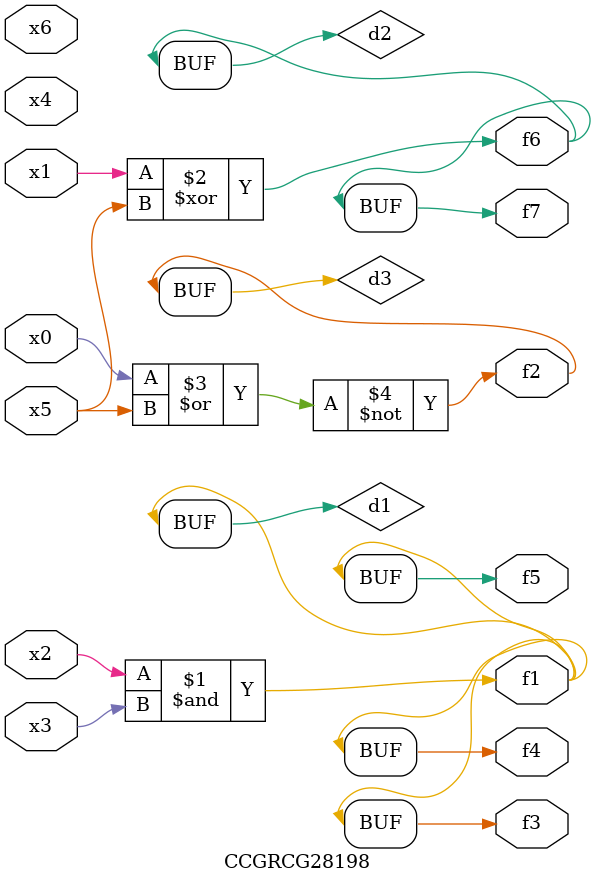
<source format=v>
module CCGRCG28198(
	input x0, x1, x2, x3, x4, x5, x6,
	output f1, f2, f3, f4, f5, f6, f7
);

	wire d1, d2, d3;

	and (d1, x2, x3);
	xor (d2, x1, x5);
	nor (d3, x0, x5);
	assign f1 = d1;
	assign f2 = d3;
	assign f3 = d1;
	assign f4 = d1;
	assign f5 = d1;
	assign f6 = d2;
	assign f7 = d2;
endmodule

</source>
